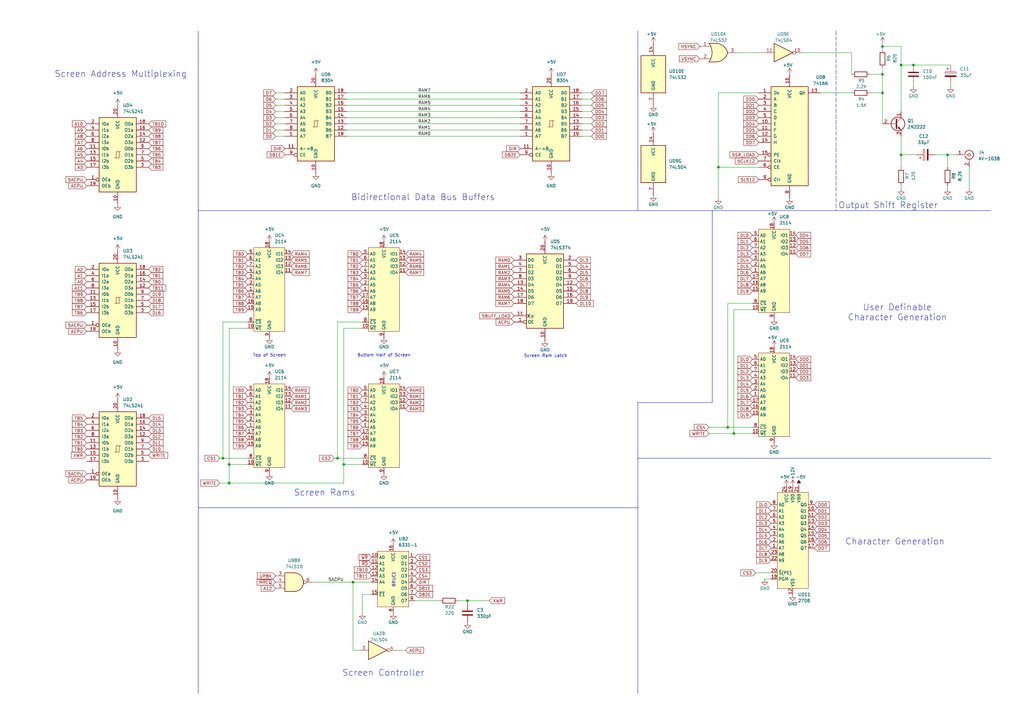
<source format=kicad_sch>
(kicad_sch (version 20250114) (generator "eeschema") (generator_version "9.0")
  (paper "A3")
  (text "Bidirectional Data Bus Buffers" (at 173.482 81.026 0) (effects (font (size 2.54 2.54))))
  (text "Screen Controller" (at 157.226 276.098 0) (effects (font (size 2.54 2.54))))
  (text "Screen Address Multiplexing" (at 49.53 30.48 0) (effects (font (size 2.54 2.54))))
  (text "User Definable\nCharacter Generation" (at 368.046 128.27 0) (effects (font (size 2.54 2.54))))
  (text "BRUCE" (at 161.544 237.744 90) (effects (font (size 1.27 1.27))))
  (text "Output Shift Register" (at 364.236 84.328 0) (effects (font (size 2.54 2.54))))
  (text "Character Generation" (at 367.03 222.25 0) (effects (font (size 2.54 2.54))))
  (text "Buttom Half of Screen" (at 157.48 145.796 0) (effects (font (size 1.27 1.27))))
  (text "Top of Screen" (at 110.49 145.796 0) (effects (font (size 1.27 1.27))))
  (text "Screen Rams" (at 133.096 202.184 0) (effects (font (size 2.54 2.54))))
  (text "Screen Ram Latch" (at 223.774 146.05 0) (effects (font (size 1.27 1.27))))
  (junction (at 361.95 30.48))
  (junction (at 374.65 26.67))
  (junction (at 294.64 68.58))
  (junction (at 191.77 246.38))
  (junction (at 369.57 63.5))
  (junction (at 93.98 190.5))
  (junction (at 369.57 26.67))
  (junction (at 298.45 175.26))
  (junction (at 138.43 187.96))
  (junction (at 300.99 177.8))
  (junction (at 144.78 238.76))
  (junction (at 361.95 19.05))
  (junction (at 140.97 190.5))
  (junction (at 361.95 38.1))
  (junction (at 91.44 187.96))
  (junction (at 93.98 198.12))
  (junction (at 388.62 63.5))
  (wire (pts (xy 187.96 246.38) (xy 191.77 246.38)))
  (wire (pts (xy 137.16 187.96) (xy 138.43 187.96)))
  (wire (pts (xy 294.64 68.58) (xy 294.64 81.28)))
  (wire (pts (xy 369.57 55.88) (xy 369.57 63.5)))
  (polyline (pts (xy 292.1 165.1) (xy 292.1 86.36)))
  (polyline (pts (xy 81.28 12.7) (xy 81.28 284.48)))
  (wire (pts (xy 113.03 43.18) (xy 116.84 43.18)))
  (wire (pts (xy 238.76 40.64) (xy 242.57 40.64)))
  (wire (pts (xy 113.03 55.88) (xy 116.84 55.88)))
  (wire (pts (xy 90.17 187.96) (xy 91.44 187.96)))
  (wire (pts (xy 388.62 63.5) (xy 392.43 63.5)))
  (wire (pts (xy 369.57 45.72) (xy 369.57 26.67)))
  (wire (pts (xy 101.6 132.08) (xy 91.44 132.08)))
  (wire (pts (xy 356.87 38.1) (xy 361.95 38.1)))
  (wire (pts (xy 298.45 124.46) (xy 298.45 175.26)))
  (wire (pts (xy 148.59 251.46) (xy 148.59 243.84)))
  (wire (pts (xy 138.43 132.08) (xy 138.43 187.96)))
  (wire (pts (xy 93.98 198.12) (xy 93.98 190.5)))
  (wire (pts (xy 369.57 63.5) (xy 369.57 68.58)))
  (polyline (pts (xy 261.62 187.96) (xy 261.62 208.28)))
  (wire (pts (xy 142.24 38.1) (xy 213.36 38.1)))
  (wire (pts (xy 113.03 50.8) (xy 116.84 50.8)))
  (wire (pts (xy 389.89 34.29) (xy 389.89 35.56)))
  (wire (pts (xy 309.88 234.95) (xy 316.23 234.95)))
  (wire (pts (xy 113.03 53.34) (xy 116.84 53.34)))
  (wire (pts (xy 238.76 43.18) (xy 242.57 43.18)))
  (wire (pts (xy 361.95 27.94) (xy 361.95 30.48)))
  (wire (pts (xy 140.97 190.5) (xy 148.59 190.5)))
  (wire (pts (xy 308.61 124.46) (xy 298.45 124.46)))
  (wire (pts (xy 128.27 238.76) (xy 144.78 238.76)))
  (wire (pts (xy 191.77 246.38) (xy 191.77 247.65)))
  (wire (pts (xy 313.69 237.49) (xy 316.23 237.49)))
  (polyline (pts (xy 292.1 86.36) (xy 261.62 86.36)))
  (polyline (pts (xy 261.62 187.96) (xy 261.62 165.1)))
  (wire (pts (xy 397.51 68.58) (xy 397.51 77.47)))
  (polyline (pts (xy 342.9 12.7) (xy 342.9 86.36)) (stroke (width 0) (type dash)))
  (wire (pts (xy 311.15 68.58) (xy 294.64 68.58)))
  (wire (pts (xy 113.03 38.1) (xy 116.84 38.1)))
  (wire (pts (xy 148.59 132.08) (xy 138.43 132.08)))
  (wire (pts (xy 142.24 48.26) (xy 213.36 48.26)))
  (polyline (pts (xy 81.28 86.36) (xy 261.62 86.36)))
  (wire (pts (xy 91.44 132.08) (xy 91.44 187.96)))
  (wire (pts (xy 162.56 266.7) (xy 166.37 266.7)))
  (wire (pts (xy 361.95 17.78) (xy 361.95 19.05)))
  (polyline (pts (xy 292.1 86.36) (xy 406.4 86.36)))
  (wire (pts (xy 300.99 127) (xy 300.99 177.8)))
  (wire (pts (xy 238.76 55.88) (xy 242.57 55.88)))
  (wire (pts (xy 388.62 68.58) (xy 388.62 63.5)))
  (wire (pts (xy 336.55 38.1) (xy 349.25 38.1)))
  (wire (pts (xy 138.43 187.96) (xy 148.59 187.96)))
  (wire (pts (xy 144.78 266.7) (xy 144.78 238.76)))
  (polyline (pts (xy 261.62 165.1) (xy 292.1 165.1)))
  (wire (pts (xy 369.57 26.67) (xy 374.65 26.67)))
  (wire (pts (xy 361.95 38.1) (xy 361.95 30.48)))
  (wire (pts (xy 142.24 55.88) (xy 213.36 55.88)))
  (wire (pts (xy 374.65 26.67) (xy 389.89 26.67)))
  (wire (pts (xy 148.59 134.62) (xy 140.97 134.62)))
  (wire (pts (xy 93.98 134.62) (xy 93.98 190.5)))
  (wire (pts (xy 308.61 127) (xy 300.99 127)))
  (wire (pts (xy 349.25 21.59) (xy 328.93 21.59)))
  (wire (pts (xy 113.03 45.72) (xy 116.84 45.72)))
  (polyline (pts (xy 261.62 12.7) (xy 261.62 86.36)))
  (wire (pts (xy 170.18 246.38) (xy 180.34 246.38)))
  (wire (pts (xy 349.25 30.48) (xy 349.25 21.59)))
  (wire (pts (xy 142.24 45.72) (xy 213.36 45.72)))
  (wire (pts (xy 90.17 198.12) (xy 93.98 198.12)))
  (wire (pts (xy 290.83 175.26) (xy 298.45 175.26)))
  (wire (pts (xy 238.76 53.34) (xy 242.57 53.34)))
  (wire (pts (xy 142.24 53.34) (xy 213.36 53.34)))
  (wire (pts (xy 93.98 190.5) (xy 101.6 190.5)))
  (wire (pts (xy 361.95 30.48) (xy 356.87 30.48)))
  (wire (pts (xy 290.83 177.8) (xy 300.99 177.8)))
  (wire (pts (xy 388.62 63.5) (xy 383.54 63.5)))
  (wire (pts (xy 101.6 134.62) (xy 93.98 134.62)))
  (wire (pts (xy 388.62 76.2) (xy 388.62 77.47)))
  (wire (pts (xy 238.76 48.26) (xy 242.57 48.26)))
  (wire (pts (xy 144.78 238.76) (xy 152.4 238.76)))
  (wire (pts (xy 91.44 187.96) (xy 101.6 187.96)))
  (wire (pts (xy 311.15 38.1) (xy 294.64 38.1)))
  (polyline (pts (xy 261.62 208.28) (xy 261.62 284.48)))
  (polyline (pts (xy 261.62 187.96) (xy 406.4 187.96)))
  (wire (pts (xy 142.24 43.18) (xy 213.36 43.18)))
  (wire (pts (xy 148.59 243.84) (xy 152.4 243.84)))
  (wire (pts (xy 113.03 48.26) (xy 116.84 48.26)))
  (wire (pts (xy 361.95 38.1) (xy 361.95 50.8)))
  (wire (pts (xy 238.76 50.8) (xy 242.57 50.8)))
  (wire (pts (xy 374.65 34.29) (xy 374.65 35.56)))
  (wire (pts (xy 93.98 198.12) (xy 140.97 198.12)))
  (wire (pts (xy 113.03 40.64) (xy 116.84 40.64)))
  (wire (pts (xy 300.99 177.8) (xy 308.61 177.8)))
  (wire (pts (xy 238.76 45.72) (xy 242.57 45.72)))
  (wire (pts (xy 142.24 40.64) (xy 213.36 40.64)))
  (wire (pts (xy 140.97 198.12) (xy 140.97 190.5)))
  (wire (pts (xy 294.64 38.1) (xy 294.64 68.58)))
  (polyline (pts (xy 81.28 208.28) (xy 261.62 208.28)))
  (wire (pts (xy 369.57 19.05) (xy 361.95 19.05)))
  (wire (pts (xy 298.45 175.26) (xy 308.61 175.26)))
  (wire (pts (xy 369.57 26.67) (xy 369.57 19.05)))
  (wire (pts (xy 369.57 63.5) (xy 375.92 63.5)))
  (wire (pts (xy 369.57 76.2) (xy 369.57 77.47)))
  (wire (pts (xy 361.95 19.05) (xy 361.95 20.32)))
  (wire (pts (xy 191.77 246.38) (xy 200.66 246.38)))
  (wire (pts (xy 302.26 21.59) (xy 313.69 21.59)))
  (wire (pts (xy 238.76 38.1) (xy 242.57 38.1)))
  (wire (pts (xy 142.24 50.8) (xy 213.36 50.8)))
  (wire (pts (xy 147.32 266.7) (xy 144.78 266.7)))
  (wire (pts (xy 140.97 134.62) (xy 140.97 190.5)))
  (label "RAM7" (at 171.45 38.1 0))
  (label "RAM0" (at 171.45 55.88 0))
  (label "5ACPU" (at 134.62 238.76 0))
  (label "RAM4" (at 171.45 45.72 0))
  (label "RAM5" (at 171.45 43.18 0))
  (label "RAM2" (at 171.45 50.8 0))
  (label "RAM1" (at 171.45 53.34 0))
  (label "RAM3" (at 171.45 48.26 0))
  (label "RAM6" (at 171.45 40.64 0))
  (global_label "RAM7" (shape input) (at 210.82 124.46 180) (property "Intersheetrefs" "${INTERSHEET_REFS}" (effects (hide yes))))
  (global_label "RAM3" (shape input) (at 166.37 167.64 0) (property "Intersheetrefs" "${INTERSHEET_REFS}" (effects (hide yes))))
  (global_label "TB4" (shape input) (at 101.6 170.18 180) (property "Intersheetrefs" "${INTERSHEET_REFS}" (effects (hide yes))))
  (global_label "DL6" (shape input) (at 316.23 222.25 180) (property "Intersheetrefs" "${INTERSHEET_REFS}" (effects (hide yes))))
  (global_label "TB2" (shape input) (at 148.59 109.22 180) (property "Intersheetrefs" "${INTERSHEET_REFS}" (effects (hide yes))))
  (global_label "TB3" (shape input) (at 148.59 167.64 180) (property "Intersheetrefs" "${INTERSHEET_REFS}" (effects (hide yes))))
  (global_label "CS1" (shape input) (at 90.17 187.96 180) (property "Intersheetrefs" "${INTERSHEET_REFS}" (effects (hide yes))))
  (global_label "DD3" (shape input) (at 311.15 48.26 180) (property "Intersheetrefs" "${INTERSHEET_REFS}" (effects (hide yes))))
  (global_label "D6" (shape input) (at 113.03 40.64 180) (property "Intersheetrefs" "${INTERSHEET_REFS}" (effects (hide yes))))
  (global_label "TB3" (shape input) (at 148.59 111.76 180) (property "Intersheetrefs" "${INTERSHEET_REFS}" (effects (hide yes))))
  (global_label "DL4" (shape input) (at 316.23 217.17 180) (property "Intersheetrefs" "${INTERSHEET_REFS}" (effects (hide yes))))
  (global_label "DL2" (shape input) (at 316.23 212.09 180) (property "Intersheetrefs" "${INTERSHEET_REFS}" (effects (hide yes))))
  (global_label "DL1" (shape input) (at 308.61 99.06 180) (property "Intersheetrefs" "${INTERSHEET_REFS}" (effects (hide yes))))
  (global_label "ACPU" (shape input) (at 210.82 132.08 180) (property "Intersheetrefs" "${INTERSHEET_REFS}" (effects (hide yes))))
  (global_label "CS3" (shape input) (at 309.88 234.95 180) (property "Intersheetrefs" "${INTERSHEET_REFS}" (effects (hide yes))))
  (global_label "A11" (shape input) (at 35.56 118.11 180) (property "Intersheetrefs" "${INTERSHEET_REFS}" (effects (hide yes))))
  (global_label "RAM3" (shape input) (at 210.82 114.3 180) (property "Intersheetrefs" "${INTERSHEET_REFS}" (effects (hide yes))))
  (global_label "5ACPU" (shape input) (at 35.56 194.31 180) (property "Intersheetrefs" "${INTERSHEET_REFS}" (effects (hide yes))))
  (global_label "DD4" (shape input) (at 326.39 96.52 0) (property "Intersheetrefs" "${INTERSHEET_REFS}" (effects (hide yes))))
  (global_label "DL9" (shape input) (at 316.23 229.87 180) (property "Intersheetrefs" "${INTERSHEET_REFS}" (effects (hide yes))))
  (global_label "DL5" (shape input) (at 308.61 160.02 180) (property "Intersheetrefs" "${INTERSHEET_REFS}" (effects (hide yes))))
  (global_label "A1" (shape input) (at 35.56 113.03 180) (property "Intersheetrefs" "${INTERSHEET_REFS}" (effects (hide yes))))
  (global_label "D5" (shape input) (at 113.03 43.18 180) (property "Intersheetrefs" "${INTERSHEET_REFS}" (effects (hide yes))))
  (global_label "TB9" (shape input) (at 35.56 120.65 180) (property "Intersheetrefs" "${INTERSHEET_REFS}" (effects (hide yes))))
  (global_label "DL8" (shape input) (at 60.96 123.19 0) (property "Intersheetrefs" "${INTERSHEET_REFS}" (effects (hide yes))))
  (global_label "DD3" (shape input) (at 334.01 214.63 0) (property "Intersheetrefs" "${INTERSHEET_REFS}" (effects (hide yes))))
  (global_label "DL4" (shape input) (at 308.61 106.68 180) (property "Intersheetrefs" "${INTERSHEET_REFS}" (effects (hide yes))))
  (global_label "DD0" (shape input) (at 326.39 147.32 0) (property "Intersheetrefs" "${INTERSHEET_REFS}" (effects (hide yes))))
  (global_label "CS1" (shape input) (at 170.18 228.6 0) (property "Intersheetrefs" "${INTERSHEET_REFS}" (effects (hide yes))))
  (global_label "D7" (shape input) (at 113.03 38.1 180) (property "Intersheetrefs" "${INTERSHEET_REFS}" (effects (hide yes))))
  (global_label "DD0" (shape input) (at 311.15 40.64 180) (property "Intersheetrefs" "${INTERSHEET_REFS}" (effects (hide yes))))
  (global_label "DD3" (shape input) (at 326.39 154.94 0) (property "Intersheetrefs" "${INTERSHEET_REFS}" (effects (hide yes))))
  (global_label "5SR_LOAD" (shape input) (at 311.15 63.5 180) (property "Intersheetrefs" "${INTERSHEET_REFS}" (effects (hide yes))))
  (global_label "WRITE" (shape input) (at 60.96 186.69 0) (property "Intersheetrefs" "${INTERSHEET_REFS}" (effects (hide yes))))
  (global_label "RAM6" (shape input) (at 119.38 109.22 0) (property "Intersheetrefs" "${INTERSHEET_REFS}" (effects (hide yes))))
  (global_label "TB9" (shape input) (at 60.96 53.34 0) (property "Intersheetrefs" "${INTERSHEET_REFS}" (effects (hide yes))))
  (global_label "TB8" (shape input) (at 148.59 180.34 180) (property "Intersheetrefs" "${INTERSHEET_REFS}" (effects (hide yes))))
  (global_label "RAM0" (shape input) (at 210.82 106.68 180) (property "Intersheetrefs" "${INTERSHEET_REFS}" (effects (hide yes))))
  (global_label "TB11" (shape input) (at 152.4 236.22 180) (property "Intersheetrefs" "${INTERSHEET_REFS}" (effects (hide yes))))
  (global_label "DD1" (shape input) (at 311.15 43.18 180) (property "Intersheetrefs" "${INTERSHEET_REFS}" (effects (hide yes))))
  (global_label "DD0" (shape input) (at 242.57 55.88 0) (property "Intersheetrefs" "${INTERSHEET_REFS}" (effects (hide yes))))
  (global_label "DL3" (shape input) (at 236.22 106.68 0) (property "Intersheetrefs" "${INTERSHEET_REFS}" (effects (hide yes))))
  (global_label "5CLK12" (shape input) (at 311.15 66.04 180) (property "Intersheetrefs" "${INTERSHEET_REFS}" (effects (hide yes))))
  (global_label "DL6" (shape input) (at 236.22 114.3 0) (property "Intersheetrefs" "${INTERSHEET_REFS}" (effects (hide yes))))
  (global_label "DL10" (shape input) (at 236.22 124.46 0) (property "Intersheetrefs" "${INTERSHEET_REFS}" (effects (hide yes))))
  (global_label "DL3" (shape input) (at 308.61 104.14 180) (property "Intersheetrefs" "${INTERSHEET_REFS}" (effects (hide yes))))
  (global_label "DIR" (shape input) (at 213.36 60.96 180) (property "Intersheetrefs" "${INTERSHEET_REFS}" (effects (hide yes))))
  (global_label "TB8" (shape input) (at 148.59 124.46 180) (property "Intersheetrefs" "${INTERSHEET_REFS}" (effects (hide yes))))
  (global_label "DD2" (shape input) (at 311.15 45.72 180) (property "Intersheetrefs" "${INTERSHEET_REFS}" (effects (hide yes))))
  (global_label "DD2" (shape input) (at 334.01 212.09 0) (property "Intersheetrefs" "${INTERSHEET_REFS}" (effects (hide yes))))
  (global_label "A12" (shape input) (at 113.03 241.3 180) (property "Intersheetrefs" "${INTERSHEET_REFS}" (effects (hide yes))))
  (global_label "DD5" (shape input) (at 326.39 99.06 0) (property "Intersheetrefs" "${INTERSHEET_REFS}" (effects (hide yes))))
  (global_label "DL9" (shape input) (at 308.61 170.18 180) (property "Intersheetrefs" "${INTERSHEET_REFS}" (effects (hide yes))))
  (global_label "DD1" (shape input) (at 326.39 149.86 0) (property "Intersheetrefs" "${INTERSHEET_REFS}" (effects (hide yes))))
  (global_label "DL7" (shape input) (at 308.61 114.3 180) (property "Intersheetrefs" "${INTERSHEET_REFS}" (effects (hide yes))))
  (global_label "DD7" (shape input) (at 334.01 224.79 0) (property "Intersheetrefs" "${INTERSHEET_REFS}" (effects (hide yes))))
  (global_label "CS3" (shape input) (at 170.18 233.68 0) (property "Intersheetrefs" "${INTERSHEET_REFS}" (effects (hide yes))))
  (global_label "TB2" (shape input) (at 148.59 165.1 180) (property "Intersheetrefs" "${INTERSHEET_REFS}" (effects (hide yes))))
  (global_label "RAM6" (shape input) (at 210.82 121.92 180) (property "Intersheetrefs" "${INTERSHEET_REFS}" (effects (hide yes))))
  (global_label "TB0" (shape input) (at 60.96 115.57 0) (property "Intersheetrefs" "${INTERSHEET_REFS}" (effects (hide yes))))
  (global_label "DL9" (shape input) (at 236.22 121.92 0) (property "Intersheetrefs" "${INTERSHEET_REFS}" (effects (hide yes))))
  (global_label "TB11" (shape input) (at 60.96 118.11 0) (property "Intersheetrefs" "${INTERSHEET_REFS}" (effects (hide yes))))
  (global_label "CS2" (shape input) (at 170.18 231.14 0) (property "Intersheetrefs" "${INTERSHEET_REFS}" (effects (hide yes))))
  (global_label "TB7" (shape input) (at 101.6 121.92 180) (property "Intersheetrefs" "${INTERSHEET_REFS}" (effects (hide yes))))
  (global_label "TB1" (shape input) (at 101.6 162.56 180) (property "Intersheetrefs" "${INTERSHEET_REFS}" (effects (hide yes))))
  (global_label "A5" (shape input) (at 35.56 63.5 180) (property "Intersheetrefs" "${INTERSHEET_REFS}" (effects (hide yes))))
  (global_label "TB7" (shape input) (at 148.59 177.8 180) (property "Intersheetrefs" "${INTERSHEET_REFS}" (effects (hide yes))))
  (global_label "DL8" (shape input) (at 308.61 167.64 180) (property "Intersheetrefs" "${INTERSHEET_REFS}" (effects (hide yes))))
  (global_label "A6" (shape input) (at 35.56 60.96 180) (property "Intersheetrefs" "${INTERSHEET_REFS}" (effects (hide yes))))
  (global_label "DD5" (shape input) (at 334.01 219.71 0) (property "Intersheetrefs" "${INTERSHEET_REFS}" (effects (hide yes))))
  (global_label "RAM4" (shape input) (at 166.37 104.14 0) (property "Intersheetrefs" "${INTERSHEET_REFS}" (effects (hide yes))))
  (global_label "RAM3" (shape input) (at 119.38 167.64 0) (property "Intersheetrefs" "${INTERSHEET_REFS}" (effects (hide yes))))
  (global_label "DD2" (shape input) (at 326.39 152.4 0) (property "Intersheetrefs" "${INTERSHEET_REFS}" (effects (hide yes))))
  (global_label "TB0" (shape input) (at 101.6 160.02 180) (property "Intersheetrefs" "${INTERSHEET_REFS}" (effects (hide yes))))
  (global_label "DL5" (shape input) (at 316.23 219.71 180) (property "Intersheetrefs" "${INTERSHEET_REFS}" (effects (hide yes))))
  (global_label "DL9" (shape input) (at 60.96 120.65 0) (property "Intersheetrefs" "${INTERSHEET_REFS}" (effects (hide yes))))
  (global_label "D2" (shape input) (at 113.03 50.8 180) (property "Intersheetrefs" "${INTERSHEET_REFS}" (effects (hide yes))))
  (global_label "A4" (shape input) (at 35.56 66.04 180) (property "Intersheetrefs" "${INTERSHEET_REFS}" (effects (hide yes))))
  (global_label "TB4" (shape input) (at 148.59 114.3 180) (property "Intersheetrefs" "${INTERSHEET_REFS}" (effects (hide yes))))
  (global_label "TB8" (shape input) (at 35.56 123.19 180) (property "Intersheetrefs" "${INTERSHEET_REFS}" (effects (hide yes))))
  (global_label "TB3" (shape input) (at 60.96 68.58 0) (property "Intersheetrefs" "${INTERSHEET_REFS}" (effects (hide yes))))
  (global_label "TB5" (shape input) (at 60.96 63.5 0) (property "Intersheetrefs" "${INTERSHEET_REFS}" (effects (hide yes))))
  (global_label "A9" (shape input) (at 35.56 53.34 180) (property "Intersheetrefs" "${INTERSHEET_REFS}" (effects (hide yes))))
  (global_label "DD7" (shape input) (at 242.57 38.1 0) (property "Intersheetrefs" "${INTERSHEET_REFS}" (effects (hide yes))))
  (global_label "DL8" (shape input) (at 308.61 116.84 180) (property "Intersheetrefs" "${INTERSHEET_REFS}" (effects (hide yes))))
  (global_label "~{RD}" (shape input) (at 152.4 231.14 180) (property "Intersheetrefs" "${INTERSHEET_REFS}" (effects (hide yes))))
  (global_label "A3" (shape input) (at 35.56 68.58 180) (property "Intersheetrefs" "${INTERSHEET_REFS}" (effects (hide yes))))
  (global_label "TB7" (shape input) (at 148.59 121.92 180) (property "Intersheetrefs" "${INTERSHEET_REFS}" (effects (hide yes))))
  (global_label "UP8K" (shape input) (at 113.03 236.22 180) (property "Intersheetrefs" "${INTERSHEET_REFS}" (effects (hide yes))))
  (global_label "TB2" (shape input) (at 35.56 179.07 180) (property "Intersheetrefs" "${INTERSHEET_REFS}" (effects (hide yes))))
  (global_label "DL9" (shape input) (at 308.61 119.38 180) (property "Intersheetrefs" "${INTERSHEET_REFS}" (effects (hide yes))))
  (global_label "DL1" (shape input) (at 308.61 149.86 180) (property "Intersheetrefs" "${INTERSHEET_REFS}" (effects (hide yes))))
  (global_label "TB4" (shape input) (at 148.59 170.18 180) (property "Intersheetrefs" "${INTERSHEET_REFS}" (effects (hide yes))))
  (global_label "TB0" (shape input) (at 101.6 104.14 180) (property "Intersheetrefs" "${INTERSHEET_REFS}" (effects (hide yes))))
  (global_label "TB5" (shape input) (at 148.59 116.84 180) (property "Intersheetrefs" "${INTERSHEET_REFS}" (effects (hide yes))))
  (global_label "DIR" (shape input) (at 116.84 60.96 180) (property "Intersheetrefs" "${INTERSHEET_REFS}" (effects (hide yes))))
  (global_label "WRITE" (shape input) (at 90.17 198.12 180) (property "Intersheetrefs" "${INTERSHEET_REFS}" (effects (hide yes))))
  (global_label "TB2" (shape input) (at 101.6 109.22 180) (property "Intersheetrefs" "${INTERSHEET_REFS}" (effects (hide yes))))
  (global_label "RAM1" (shape input) (at 166.37 162.56 0) (property "Intersheetrefs" "${INTERSHEET_REFS}" (effects (hide yes))))
  (global_label "TB1" (shape input) (at 60.96 113.03 0) (property "Intersheetrefs" "${INTERSHEET_REFS}" (effects (hide yes))))
  (global_label "TB8" (shape input) (at 101.6 180.34 180) (property "Intersheetrefs" "${INTERSHEET_REFS}" (effects (hide yes))))
  (global_label "CS2" (shape input) (at 137.16 187.96 180) (property "Intersheetrefs" "${INTERSHEET_REFS}" (effects (hide yes))))
  (global_label "D3" (shape input) (at 113.03 48.26 180) (property "Intersheetrefs" "${INTERSHEET_REFS}" (effects (hide yes))))
  (global_label "RAM4" (shape input) (at 210.82 116.84 180) (property "Intersheetrefs" "${INTERSHEET_REFS}" (effects (hide yes))))
  (global_label "DD7" (shape input) (at 311.15 58.42 180) (property "Intersheetrefs" "${INTERSHEET_REFS}" (effects (hide yes))))
  (global_label "DL3" (shape input) (at 308.61 154.94 180) (property "Intersheetrefs" "${INTERSHEET_REFS}" (effects (hide yes))))
  (global_label "RAM0" (shape input) (at 119.38 160.02 0) (property "Intersheetrefs" "${INTERSHEET_REFS}" (effects (hide yes))))
  (global_label "DL0" (shape input) (at 308.61 96.52 180) (property "Intersheetrefs" "${INTERSHEET_REFS}" (effects (hide yes))))
  (global_label "TB4" (shape input) (at 60.96 66.04 0) (property "Intersheetrefs" "${INTERSHEET_REFS}" (effects (hide yes))))
  (global_label "VSYNC" (shape input) (at 287.02 24.13 180) (property "Intersheetrefs" "${INTERSHEET_REFS}" (effects (hide yes))))
  (global_label "TB6" (shape input) (at 35.56 128.27 180) (property "Intersheetrefs" "${INTERSHEET_REFS}" (effects (hide yes))))
  (global_label "DD0" (shape input) (at 334.01 207.01 0) (property "Intersheetrefs" "${INTERSHEET_REFS}" (effects (hide yes))))
  (global_label "DL0" (shape input) (at 316.23 207.01 180) (property "Intersheetrefs" "${INTERSHEET_REFS}" (effects (hide yes))))
  (global_label "DL4" (shape input) (at 60.96 173.99 0) (property "Intersheetrefs" "${INTERSHEET_REFS}" (effects (hide yes))))
  (global_label "TB2" (shape input) (at 60.96 110.49 0) (property "Intersheetrefs" "${INTERSHEET_REFS}" (effects (hide yes))))
  (global_label "RAM2" (shape input) (at 210.82 111.76 180) (property "Intersheetrefs" "${INTERSHEET_REFS}" (effects (hide yes))))
  (global_label "A10" (shape input) (at 35.56 50.8 180) (property "Intersheetrefs" "${INTERSHEET_REFS}" (effects (hide yes))))
  (global_label "TB6" (shape input) (at 148.59 175.26 180) (property "Intersheetrefs" "${INTERSHEET_REFS}" (effects (hide yes))))
  (global_label "TB1" (shape input) (at 101.6 106.68 180) (property "Intersheetrefs" "${INTERSHEET_REFS}" (effects (hide yes))))
  (global_label "D1" (shape input) (at 113.03 53.34 180) (property "Intersheetrefs" "${INTERSHEET_REFS}" (effects (hide yes))))
  (global_label "DB2E" (shape input) (at 213.36 63.5 180) (property "Intersheetrefs" "${INTERSHEET_REFS}" (effects (hide yes))))
  (global_label "DL4" (shape input) (at 308.61 157.48 180) (property "Intersheetrefs" "${INTERSHEET_REFS}" (effects (hide yes))))
  (global_label "A7" (shape input) (at 35.56 58.42 180) (property "Intersheetrefs" "${INTERSHEET_REFS}" (effects (hide yes))))
  (global_label "TB7" (shape input) (at 60.96 58.42 0) (property "Intersheetrefs" "${INTERSHEET_REFS}" (effects (hide yes))))
  (global_label "TB3" (shape input) (at 101.6 167.64 180) (property "Intersheetrefs" "${INTERSHEET_REFS}" (effects (hide yes))))
  (global_label "5BUFF_LOAD" (shape input) (at 210.82 129.54 180) (property "Intersheetrefs" "${INTERSHEET_REFS}" (effects (hide yes))))
  (global_label "TB1" (shape input) (at 35.56 181.61 180) (property "Intersheetrefs" "${INTERSHEET_REFS}" (effects (hide yes))))
  (global_label "TB2" (shape input) (at 101.6 165.1 180) (property "Intersheetrefs" "${INTERSHEET_REFS}" (effects (hide yes))))
  (global_label "HSYNC" (shape input) (at 287.02 19.05 180) (property "Intersheetrefs" "${INTERSHEET_REFS}" (effects (hide yes))))
  (global_label "TB7" (shape input) (at 35.56 125.73 180) (property "Intersheetrefs" "${INTERSHEET_REFS}" (effects (hide yes))))
  (global_label "DD2" (shape input) (at 242.57 50.8 0) (property "Intersheetrefs" "${INTERSHEET_REFS}" (effects (hide yes))))
  (global_label "TB6" (shape input) (at 148.59 119.38 180) (property "Intersheetrefs" "${INTERSHEET_REFS}" (effects (hide yes))))
  (global_label "5ACPU" (shape input) (at 35.56 133.35 180) (property "Intersheetrefs" "${INTERSHEET_REFS}" (effects (hide yes))))
  (global_label "CS4" (shape input) (at 290.83 175.26 180) (property "Intersheetrefs" "${INTERSHEET_REFS}" (effects (hide yes))))
  (global_label "TB6" (shape input) (at 101.6 119.38 180) (property "Intersheetrefs" "${INTERSHEET_REFS}" (effects (hide yes))))
  (global_label "ACPU" (shape input) (at 35.56 196.85 180) (property "Intersheetrefs" "${INTERSHEET_REFS}" (effects (hide yes))))
  (global_label "DD3" (shape input) (at 242.57 48.26 0) (property "Intersheetrefs" "${INTERSHEET_REFS}" (effects (hide yes))))
  (global_label "TB6" (shape input) (at 101.6 175.26 180) (property "Intersheetrefs" "${INTERSHEET_REFS}" (effects (hide yes))))
  (global_label "XWR" (shape input) (at 200.66 246.38 0) (property "Intersheetrefs" "${INTERSHEET_REFS}" (effects (hide yes))))
  (global_label "DD6" (shape input) (at 311.15 55.88 180) (property "Intersheetrefs" "${INTERSHEET_REFS}" (effects (hide yes))))
  (global_label "TB9" (shape input) (at 101.6 182.88 180) (property "Intersheetrefs" "${INTERSHEET_REFS}" (effects (hide yes))))
  (global_label "DL6" (shape input) (at 308.61 162.56 180) (property "Intersheetrefs" "${INTERSHEET_REFS}" (effects (hide yes))))
  (global_label "DL0" (shape input) (at 308.61 147.32 180) (property "Intersheetrefs" "${INTERSHEET_REFS}" (effects (hide yes))))
  (global_label "DL8" (shape input) (at 236.22 119.38 0) (property "Intersheetrefs" "${INTERSHEET_REFS}" (effects (hide yes))))
  (global_label "DL7" (shape input) (at 236.22 116.84 0) (property "Intersheetrefs" "${INTERSHEET_REFS}" (effects (hide yes))))
  (global_label "DL2" (shape input) (at 60.96 179.07 0) (property "Intersheetrefs" "${INTERSHEET_REFS}" (effects (hide yes))))
  (global_label "DL3" (shape input) (at 316.23 214.63 180) (property "Intersheetrefs" "${INTERSHEET_REFS}" (effects (hide yes))))
  (global_label "DD5" (shape input) (at 311.15 53.34 180) (property "Intersheetrefs" "${INTERSHEET_REFS}" (effects (hide yes))))
  (global_label "DL5" (shape input) (at 236.22 111.76 0) (property "Intersheetrefs" "${INTERSHEET_REFS}" (effects (hide yes))))
  (global_label "DL2" (shape input) (at 308.61 101.6 180) (property "Intersheetrefs" "${INTERSHEET_REFS}" (effects (hide yes))))
  (global_label "DL3" (shape input) (at 60.96 176.53 0) (property "Intersheetrefs" "${INTERSHEET_REFS}" (effects (hide yes))))
  (global_label "TB6" (shape input) (at 60.96 60.96 0) (property "Intersheetrefs" "${INTERSHEET_REFS}" (effects (hide yes))))
  (global_label "TB3" (shape input) (at 35.56 176.53 180) (property "Intersheetrefs" "${INTERSHEET_REFS}" (effects (hide yes))))
  (global_label "DIR" (shape input) (at 170.18 238.76 0) (property "Intersheetrefs" "${INTERSHEET_REFS}" (effects (hide yes))))
  (global_label "TB0" (shape input) (at 148.59 104.14 180) (property "Intersheetrefs" "${INTERSHEET_REFS}" (effects (hide yes))))
  (global_label "RAM2" (shape input) (at 119.38 165.1 0) (property "Intersheetrefs" "${INTERSHEET_REFS}" (effects (hide yes))))
  (global_label "DL5" (shape input) (at 60.96 171.45 0) (property "Intersheetrefs" "${INTERSHEET_REFS}" (effects (hide yes))))
  (global_label "DD6" (shape input) (at 334.01 222.25 0) (property "Intersheetrefs" "${INTERSHEET_REFS}" (effects (hide yes))))
  (global_label "DL1" (shape input) (at 316.23 209.55 180) (property "Intersheetrefs" "${INTERSHEET_REFS}" (effects (hide yes))))
  (global_label "DD4" (shape input) (at 242.57 45.72 0) (property "Intersheetrefs" "${INTERSHEET_REFS}" (effects (hide yes))))
  (global_label "TB9" (shape input) (at 148.59 182.88 180) (property "Intersheetrefs" "${INTERSHEET_REFS}" (effects (hide yes))))
  (global_label "DD7" (shape input) (at 326.39 104.14 0) (property "Intersheetrefs" "${INTERSHEET_REFS}" (effects (hide yes))))
  (global_label "A0" (shape input) (at 35.56 115.57 180) (property "Intersheetrefs" "${INTERSHEET_REFS}" (effects (hide yes))))
  (global_label "DL7" (shape input) (at 60.96 125.73 0) (property "Intersheetrefs" "${INTERSHEET_REFS}" (effects (hide yes))))
  (global_label "A8" (shape input) (at 35.56 55.88 180) (property "Intersheetrefs" "${INTERSHEET_REFS}" (effects (hide yes))))
  (global_label "5ACPU" (shape input) (at 35.56 73.66 180) (property "Intersheetrefs" "${INTERSHEET_REFS}" (effects (hide yes))))
  (global_label "TB4" (shape input) (at 35.56 173.99 180) (property "Intersheetrefs" "${INTERSHEET_REFS}" (effects (hide yes))))
  (global_label "D4" (shape input) (at 113.03 45.72 180) (property "Intersheetrefs" "${INTERSHEET_REFS}" (effects (hide yes))))
  (global_label "DD1" (shape input) (at 334.01 209.55 0) (property "Intersheetrefs" "${INTERSHEET_REFS}" (effects (hide yes))))
  (global_label "RAM5" (shape input) (at 166.37 106.68 0) (property "Intersheetrefs" "${INTERSHEET_REFS}" (effects (hide yes))))
  (global_label "TB3" (shape input) (at 101.6 111.76 180) (property "Intersheetrefs" "${INTERSHEET_REFS}" (effects (hide yes))))
  (global_label "TB0" (shape input) (at 35.56 184.15 180) (property "Intersheetrefs" "${INTERSHEET_REFS}" (effects (hide yes))))
  (global_label "DL7" (shape input) (at 308.61 165.1 180) (property "Intersheetrefs" "${INTERSHEET_REFS}" (effects (hide yes))))
  (global_label "RAM7" (shape input) (at 166.37 111.76 0) (property "Intersheetrefs" "${INTERSHEET_REFS}" (effects (hide yes))))
  (global_label "RAM1" (shape input) (at 119.38 162.56 0) (property "Intersheetrefs" "${INTERSHEET_REFS}" (effects (hide yes))))
  (global_label "WRITE" (shape input) (at 290.83 177.8 180) (property "Intersheetrefs" "${INTERSHEET_REFS}" (effects (hide yes))))
  (global_label "DL6" (shape input) (at 308.61 111.76 180) (property "Intersheetrefs" "${INTERSHEET_REFS}" (effects (hide yes))))
  (global_label "TB5" (shape input) (at 35.56 171.45 180) (property "Intersheetrefs" "${INTERSHEET_REFS}" (effects (hide yes))))
  (global_label "DD4" (shape input) (at 311.15 50.8 180) (property "Intersheetrefs" "${INTERSHEET_REFS}" (effects (hide yes))))
  (global_label "RAM7" (shape input) (at 119.38 111.76 0) (property "Intersheetrefs" "${INTERSHEET_REFS}" (effects (hide yes))))
  (global_label "XWR" (shape input) (at 35.56 186.69 180) (property "Intersheetrefs" "${INTERSHEET_REFS}" (effects (hide yes))))
  (global_label "~{WR}" (shape input) (at 152.4 228.6 180) (property "Intersheetrefs" "${INTERSHEET_REFS}" (effects (hide yes))))
  (global_label "DD1" (shape input) (at 242.57 53.34 0) (property "Intersheetrefs" "${INTERSHEET_REFS}" (effects (hide yes))))
  (global_label "TB1" (shape input) (at 148.59 106.68 180) (property "Intersheetrefs" "${INTERSHEET_REFS}" (effects (hide yes))))
  (global_label "TB8" (shape input) (at 60.96 55.88 0) (property "Intersheetrefs" "${INTERSHEET_REFS}" (effects (hide yes))))
  (global_label "DB2E" (shape input) (at 170.18 243.84 0) (property "Intersheetrefs" "${INTERSHEET_REFS}" (effects (hide yes))))
  (global_label "DL8" (shape input) (at 316.23 227.33 180) (property "Intersheetrefs" "${INTERSHEET_REFS}" (effects (hide yes))))
  (global_label "DL2" (shape input) (at 308.61 152.4 180) (property "Intersheetrefs" "${INTERSHEET_REFS}" (effects (hide yes))))
  (global_label "RAM5" (shape input) (at 210.82 119.38 180) (property "Intersheetrefs" "${INTERSHEET_REFS}" (effects (hide yes))))
  (global_label "TB10" (shape input) (at 60.96 50.8 0) (property "Intersheetrefs" "${INTERSHEET_REFS}" (effects (hide yes))))
  (global_label "DD6" (shape input) (at 242.57 40.64 0) (property "Intersheetrefs" "${INTERSHEET_REFS}" (effects (hide yes))))
  (global_label "5L512" (shape input) (at 311.15 73.66 180) (property "Intersheetrefs" "${INTERSHEET_REFS}" (effects (hide yes))))
  (global_label "A2" (shape input) (at 35.56 110.49 180) (property "Intersheetrefs" "${INTERSHEET_REFS}" (effects (hide yes))))
  (global_label "DD4" (shape input) (at 334.01 217.17 0) (property "Intersheetrefs" "${INTERSHEET_REFS}" (effects (hide yes))))
  (global_label "RAM2" (shape input) (at 166.37 165.1 0) (property "Intersheetrefs" "${INTERSHEET_REFS}" (effects (hide yes))))
  (global_label "DB1E" (shape input) (at 116.84 63.5 180) (property "Intersheetrefs" "${INTERSHEET_REFS}" (effects (hide yes))))
  (global_label "TB5" (shape input) (at 148.59 172.72 180) (property "Intersheetrefs" "${INTERSHEET_REFS}" (effects (hide yes))))
  (global_label "DB1E" (shape input) (at 170.18 241.3 0) (property "Intersheetrefs" "${INTERSHEET_REFS}" (effects (hide yes))))
  (global_label "RAM6" (shape input) (at 166.37 109.22 0) (property "Intersheetrefs" "${INTERSHEET_REFS}" (effects (hide yes))))
  (global_label "RAM5" (shape input) (at 119.38 106.68 0) (property "Intersheetrefs" "${INTERSHEET_REFS}" (effects (hide yes))))
  (global_label "DL7" (shape input) (at 316.23 224.79 180) (property "Intersheetrefs" "${INTERSHEET_REFS}" (effects (hide yes))))
  (global_label "RAM4" (shape input) (at 119.38 104.14 0) (property "Intersheetrefs" "${INTERSHEET_REFS}" (effects (hide yes))))
  (global_label "DD5" (shape input) (at 242.57 43.18 0) (property "Intersheetrefs" "${INTERSHEET_REFS}" (effects (hide yes))))
  (global_label "RAM0" (shape input) (at 166.37 160.02 0) (property "Intersheetrefs" "${INTERSHEET_REFS}" (effects (hide yes))))
  (global_label "RAM1" (shape input) (at 210.82 109.22 180) (property "Intersheetrefs" "${INTERSHEET_REFS}" (effects (hide yes))))
  (global_label "DL5" (shape input) (at 308.61 109.22 180) (property "Intersheetrefs" "${INTERSHEET_REFS}" (effects (hide yes))))
  (global_label "CS4" (shape input) (at 170.18 236.22 0) (property "Intersheetrefs" "${INTERSHEET_REFS}" (effects (hide yes))))
  (global_label "TB1" (shape input) (at 148.59 162.56 180) (property "Intersheetrefs" "${INTERSHEET_REFS}" (effects (hide yes))))
  (global_label "DL1" (shape input) (at 60.96 181.61 0) (property "Intersheetrefs" "${INTERSHEET_REFS}" (effects (hide yes))))
  (global_label "DL4" (shape input) (at 236.22 109.22 0) (property "Intersheetrefs" "${INTERSHEET_REFS}" (effects (hide yes))))
  (global_label "TB0" (shape input) (at 148.59 160.02 180) (property "Intersheetrefs" "${INTERSHEET_REFS}" (effects (hide yes))))
  (global_label "ACPU" (shape input) (at 35.56 135.89 180) (property "Intersheetrefs" "${INTERSHEET_REFS}" (effects (hide yes))))
  (global_label "DL0" (shape input) (at 60.96 184.15 0) (property "Intersheetrefs" "${INTERSHEET_REFS}" (effects (hide yes))))
  (global_label "DL6" (shape input) (at 60.96 128.27 0) (property "Intersheetrefs" "${INTERSHEET_REFS}" (effects (hide yes))))
  (global_label "DD6" (shape input) (at 326.39 101.6 0) (property "Intersheetrefs" "${INTERSHEET_REFS}" (effects (hide yes))))
  (global_label "TB5" (shape input) (at 101.6 116.84 180) (property "Intersheetrefs" "${INTERSHEET_REFS}" (effects (hide yes))))
  (global_label "ACPU" (shape input) (at 35.56 76.2 180) (property "Intersheetrefs" "${INTERSHEET_REFS}" (effects (hide yes))))
  (global_label "TB9" (shape input) (at 148.59 127 180) (property "Intersheetrefs" "${INTERSHEET_REFS}" (effects (hide yes))))
  (global_label "ACPU" (shape input) (at 166.37 266.7 0) (property "Intersheetrefs" "${INTERSHEET_REFS}" (effects (hide yes))))
  (global_label "TB8" (shape input) (at 101.6 124.46 180) (property "Intersheetrefs" "${INTERSHEET_REFS}" (effects (hide yes))))
  (global_label "TB10" (shape input) (at 152.4 233.68 180) (property "Intersheetrefs" "${INTERSHEET_REFS}" (effects (hide yes))))
  (global_label "D0" (shape input) (at 113.03 55.88 180) (property "Intersheetrefs" "${INTERSHEET_REFS}" (effects (hide yes))))
  (global_label "TB4" (shape input) (at 101.6 114.3 180) (property "Intersheetrefs" "${INTERSHEET_REFS}" (effects (hide yes))))
  (global_label "TB9" (shape input) (at 101.6 127 180) (property "Intersheetrefs" "${INTERSHEET_REFS}" (effects (hide yes))))
  (global_label "~{MREQ}" (shape input) (at 113.03 238.76 180) (property "Intersheetrefs" "${INTERSHEET_REFS}" (effects (hide yes))))
  (global_label "TB7" (shape input) (at 101.6 177.8 180) (property "Intersheetrefs" "${INTERSHEET_REFS}" (effects (hide yes))))
  (global_label "TB5" (shape input) (at 101.6 172.72 180) (property "Intersheetrefs" "${INTERSHEET_REFS}" (effects (hide yes))))
  (symbol (lib_id "power:+5V") (at 48.26 102.87 0) (unit 1)
    (property "Reference" "#PWR044" (effects (hide yes)))
    (property "Value" "+5V" (at 48.26 97.79 0))
    (property "Description" "Power symbol creates a global label with name \"+5V\"" (effects (hide yes)))
  )
  (symbol (lib_id "Device:R") (at 353.06 38.1 90) (unit 1)
    (property "Reference" "R4" (at 353.314 40.64 90))
    (property "Value" "1.5K" (at 353.314 43.18 90))
    (property "Footprint" "Resistor_THT:R_Axial_DIN0204_L3.6mm_D1.6mm_P7.62mm_Horizontal" (effects (hide yes)))
    (property "Description" "Resistor" (effects (hide yes)))
  )
  (symbol (lib_id "power:+5V") (at 110.49 99.06 0) (unit 1)
    (property "Reference" "#PWR052" (effects (hide yes)))
    (property "Value" "+5V" (at 110.49 93.98 0))
    (property "Description" "Power symbol creates a global label with name \"+5V\"" (effects (hide yes)))
  )
  (symbol (lib_id "power:GND") (at 317.5 130.81 0) (unit 1)
    (property "Reference" "#PWR074" (effects (hide yes)))
    (property "Value" "GND" (at 317.5 134.62 0))
    (property "Description" "Power symbol creates a global label with name \"GND\" , ground" (effects (hide yes)))
  )
  (symbol (lib_id "Device:C") (at 374.65 30.48 0) (unit 1)
    (property "Reference" "C10" (at 378.46 29.2099 0) (effects (justify left)))
    (property "Value" "100nF" (at 378.46 31.7499 0) (effects (justify left)))
    (property "Footprint" "Capacitor_THT:C_Disc_D4.3mm_W1.9mm_P5.00mm" (effects (hide yes)))
    (property "Description" "Unpolarized capacitor" (effects (hide yes)))
  )
  (symbol (lib_id "power:+5V") (at 226.06 30.48 0) (unit 1)
    (property "Reference" "#PWR050" (effects (hide yes)))
    (property "Value" "+5V" (at 226.06 25.4 0))
    (property "Description" "Power symbol creates a global label with name \"+5V\"" (effects (hide yes)))
  )
  (symbol (lib_id "TholinsStuff:8304") (at 129.54 50.8 0) (unit 1)
    (property "Reference" "UD6" (at 131.6833 30.48 0) (effects (justify left)))
    (property "Value" "8304" (at 131.6833 33.02 0) (effects (justify left)))
    (property "Footprint" "Package_DIP:DIP-20_W7.62mm" (effects (hide yes)))
    (property "Description" "Octal BUS Transceivers, 3-State outputs" (effects (hide yes)))
  )
  (symbol (lib_id "Connector:Conn_Coaxial") (at 397.51 63.5 0) (unit 1)
    (property "Reference" "J4" (at 401.32 62.5231 0) (effects (justify left)))
    (property "Value" "AV-103B" (at 401.32 65.0631 0) (effects (justify left)))
    (property "Description" "coaxial connector (BNC, SMA, SMB, SMC, Cinch/RCA, LEMO, ...)" (effects (hide yes)))
  )
  (symbol (lib_id "74xx:74LS166") (at 323.85 55.88 0) (unit 1)
    (property "Reference" "UD8" (at 336.55 31.6798 0))
    (property "Value" "74166" (at 336.55 34.2198 0))
    (property "Footprint" "Package_DIP:DIP-16_W7.62mm" (effects (hide yes)))
    (property "Datasheet" "http://www.ti.com/lit/gpn/sn74LS166" (effects (hide yes)))
    (property "Description" "Shift Register 8-bit, parallel load" (effects (hide yes)))
  )
  (symbol (lib_id "power:+5V") (at 161.29 223.52 0) (unit 1)
    (property "Reference" "#PWR062" (effects (hide yes)))
    (property "Value" "+5V" (at 161.29 218.44 0))
    (property "Description" "Power symbol creates a global label with name \"+5V\"" (effects (hide yes)))
  )
  (symbol (lib_id "power:+5V") (at 129.54 30.48 0) (unit 1)
    (property "Reference" "#PWR049" (effects (hide yes)))
    (property "Value" "+5V" (at 129.54 25.4 0))
    (property "Description" "Power symbol creates a global label with name \"+5V\"" (effects (hide yes)))
  )
  (symbol (lib_id "74xx:74LS04") (at 267.97 67.31 0) (unit 7)
    (property "Reference" "UD9" (at 274.32 66.0399 0) (effects (justify left)))
    (property "Value" "74LS04" (at 274.32 68.5799 0) (effects (justify left)))
    (property "Datasheet" "http://www.ti.com/lit/gpn/sn74LS04" (effects (hide yes)))
    (property "Description" "Hex Inverter" (effects (hide yes)))
  )
  (symbol (lib_id "Device:C") (at 191.77 251.46 0) (unit 1)
    (property "Reference" "C3" (at 195.58 250.1899 0) (effects (justify left)))
    (property "Value" "330pF" (at 195.58 252.7299 0) (effects (justify left)))
    (property "Footprint" "Capacitor_THT:C_Disc_D4.3mm_W1.9mm_P5.00mm" (effects (hide yes)))
    (property "Description" "Unpolarized capacitor" (effects (hide yes)))
  )
  (symbol (lib_id "power:GND") (at 157.48 194.31 0) (unit 1)
    (property "Reference" "#PWR059" (effects (hide yes)))
    (property "Value" "GND" (at 157.48 198.12 0))
    (property "Description" "Power symbol creates a global label with name \"GND\" , ground" (effects (hide yes)))
  )
  (symbol (lib_id "Device:R") (at 361.95 24.13 180) (unit 1)
    (property "Reference" "R6" (at 364.49 23.876 90))
    (property "Value" "820" (at 367.03 23.876 90))
    (property "Footprint" "Resistor_THT:R_Axial_DIN0204_L3.6mm_D1.6mm_P7.62mm_Horizontal" (effects (hide yes)))
    (property "Description" "Resistor" (effects (hide yes)))
  )
  (symbol (lib_id "Device:R") (at 369.57 72.39 180) (unit 1)
    (property "Reference" "R7" (at 372.11 72.136 90))
    (property "Value" "120" (at 374.65 72.136 90))
    (property "Footprint" "Resistor_THT:R_Axial_DIN0204_L3.6mm_D1.6mm_P7.62mm_Horizontal" (effects (hide yes)))
    (property "Description" "Resistor" (effects (hide yes)))
  )
  (symbol (lib_id "power:+5V") (at 267.97 17.78 0) (unit 1)
    (property "Reference" "#PWR080" (effects (hide yes)))
    (property "Value" "+5V" (at 267.208 13.97 0))
    (property "Description" "Power symbol creates a global label with name \"+5V\"" (effects (hide yes)))
  )
  (symbol (lib_id "power:+5V") (at 323.85 30.48 0) (unit 1)
    (property "Reference" "#PWR075" (effects (hide yes)))
    (property "Value" "+5V" (at 323.088 26.67 0))
    (property "Description" "Power symbol creates a global label with name \"+5V\"" (effects (hide yes)))
  )
  (symbol (lib_id "power:+5V") (at 110.49 154.94 0) (unit 1)
    (property "Reference" "#PWR056" (effects (hide yes)))
    (property "Value" "+5V" (at 110.49 149.86 0))
    (property "Description" "Power symbol creates a global label with name \"+5V\"" (effects (hide yes)))
  )
  (symbol (lib_id "power:GND") (at 267.97 80.01 0) (unit 1)
    (property "Reference" "#PWR078" (effects (hide yes)))
    (property "Value" "GND" (at 267.97 83.82 0))
    (property "Description" "Power symbol creates a global label with name \"GND\" , ground" (effects (hide yes)))
  )
  (symbol (lib_id "power:GND") (at 48.26 143.51 0) (unit 1)
    (property "Reference" "#PWR045" (effects (hide yes)))
    (property "Value" "GND" (at 48.26 148.59 0))
    (property "Description" "Power symbol creates a global label with name \"GND\" , ground" (effects (hide yes)))
  )
  (symbol (lib_id "74xx:74LS241") (at 48.26 123.19 0) (unit 1)
    (property "Reference" "UD3" (at 50.4033 102.87 0) (effects (justify left)))
    (property "Value" "74LS241" (at 50.4033 105.41 0) (effects (justify left)))
    (property "Footprint" "Package_DIP:DIP-20_W7.62mm" (effects (hide yes)))
    (property "Datasheet" "http://www.ti.com/lit/ds/symlink/sn74ls241.pdf" (effects (hide yes)))
    (property "Description" "Octal Buffer and Line Driver With 3-State Output, complementary enables, non-inverting outputs" (effects (hide yes)))
  )
  (symbol (lib_id "power:GND") (at 223.52 139.7 0) (unit 1)
    (property "Reference" "#PWR060" (effects (hide yes)))
    (property "Value" "GND" (at 223.52 143.51 0))
    (property "Description" "Power symbol creates a global label with name \"GND\" , ground" (effects (hide yes)))
  )
  (symbol (lib_id "power:GND") (at 388.62 77.47 0) (unit 1)
    (property "Reference" "#PWR086" (effects (hide yes)))
    (property "Value" "GND" (at 388.62 81.28 0))
    (property "Description" "Power symbol creates a global label with name \"GND\" , ground" (effects (hide yes)))
  )
  (symbol (lib_id "power:GND") (at 369.57 77.47 0) (unit 1)
    (property "Reference" "#PWR085" (effects (hide yes)))
    (property "Value" "GND" (at 369.57 81.28 0))
    (property "Description" "Power symbol creates a global label with name \"GND\" , ground" (effects (hide yes)))
  )
  (symbol (lib_id "74xx:74LS32") (at 294.64 21.59 0) (unit 1)
    (property "Reference" "UD10" (at 294.64 13.97 0))
    (property "Value" "74LS32" (at 294.64 16.51 0))
    (property "Footprint" "Package_DIP:DIP-14_W7.62mm" (effects (hide yes)))
    (property "Datasheet" "http://www.ti.com/lit/gpn/sn74LS32" (effects (hide yes)))
    (property "Description" "Quad 2-input OR" (effects (hide yes)))
  )
  (symbol (lib_id "power:+5V") (at 317.5 91.44 0) (unit 1)
    (property "Reference" "#PWR073" (effects (hide yes)))
    (property "Value" "+5V" (at 316.738 87.63 0))
    (property "Description" "Power symbol creates a global label with name \"+5V\"" (effects (hide yes)))
  )
  (symbol (lib_id "power:+5V") (at 157.48 99.06 0) (unit 1)
    (property "Reference" "#PWR054" (effects (hide yes)))
    (property "Value" "+5V" (at 157.48 93.98 0))
    (property "Description" "Power symbol creates a global label with name \"+5V\"" (effects (hide yes)))
  )
  (symbol (lib_id "power:+5V") (at 223.52 99.06 0) (unit 1)
    (property "Reference" "#PWR061" (effects (hide yes)))
    (property "Value" "+5V" (at 223.52 93.98 0))
    (property "Description" "Power symbol creates a global label with name \"+5V\"" (effects (hide yes)))
  )
  (symbol (lib_id "Device:C_Polarized") (at 379.73 63.5 90) (unit 1)
    (property "Reference" "C12" (at 378.841 55.88 90))
    (property "Value" "33µF" (at 378.841 58.42 90))
    (property "Footprint" "Capacitor_THT:CP_Radial_D4.0mm_P2.00mm" (effects (hide yes)))
    (property "Description" "Polarized capacitor" (effects (hide yes)))
  )
  (symbol (lib_id "power:GND") (at 397.51 77.47 0) (unit 1)
    (property "Reference" "#PWR087" (effects (hide yes)))
    (property "Value" "GND" (at 397.51 81.28 0))
    (property "Description" "Power symbol creates a global label with name \"GND\" , ground" (effects (hide yes)))
  )
  (symbol (lib_id "power:+5V") (at 317.5 142.24 0) (unit 1)
    (property "Reference" "#PWR072" (effects (hide yes)))
    (property "Value" "+5V" (at 316.738 138.43 0))
    (property "Description" "Power symbol creates a global label with name \"+5V\"" (effects (hide yes)))
  )
  (symbol (lib_id "power:GND") (at 110.49 194.31 0) (unit 1)
    (property "Reference" "#PWR057" (effects (hide yes)))
    (property "Value" "GND" (at 110.49 198.12 0))
    (property "Description" "Power symbol creates a global label with name \"GND\" , ground" (effects (hide yes)))
  )
  (symbol (lib_id "TholinsStuff:TMS2708") (at 325.12 196.85 0) (unit 1)
    (property "Reference" "UD11" (at 327.2633 243.84 0) (effects (justify left)))
    (property "Value" "2708" (at 327.2633 246.38 0) (effects (justify left)))
    (property "Footprint" "Package_DIP:DIP-24_W15.24mm" (effects (hide yes)))
    (property "Datasheet" "https://deramp.com/downloads/eprom_programmers/TMS2708.pdf" (effects (hide yes)))
    (property "Description" "1024-byte UV-EPROM" (effects (hide yes)))
  )
  (symbol (lib_id "power:GND") (at 325.12 243.84 0) (unit 1)
    (property "Reference" "#PWR067" (effects (hide yes)))
    (property "Value" "GND" (at 325.12 247.65 0))
    (property "Description" "Power symbol creates a global label with name \"GND\" , ground" (effects (hide yes)))
  )
  (symbol (lib_id "power:GND") (at 48.26 83.82 0) (unit 1)
    (property "Reference" "#PWR043" (effects (hide yes)))
    (property "Value" "GND" (at 48.26 88.9 0))
    (property "Description" "Power symbol creates a global label with name \"GND\" , ground" (effects (hide yes)))
  )
  (symbol (lib_id "power:GND") (at 191.77 255.27 0) (unit 1)
    (property "Reference" "#PWR065" (effects (hide yes)))
    (property "Value" "GND" (at 191.77 259.08 0))
    (property "Description" "Power symbol creates a global label with name \"GND\" , ground" (effects (hide yes)))
  )
  (symbol (lib_id "TholinsStuff:2114") (at 110.49 152.4 0) (unit 1)
    (property "Reference" "UC6" (at 112.6333 152.4 0) (effects (justify left)))
    (property "Value" "2114" (at 112.6333 154.94 0) (effects (justify left)))
    (property "Footprint" "Package_DIP:DIP-18_W7.62mm" (effects (hide yes)))
    (property "Datasheet" "https://hardware.speccy.org/datasheet/2114.pdf" (effects (hide yes)))
  )
  (symbol (lib_id "power:+5V") (at 322.58 199.39 0) (unit 1)
    (property "Reference" "#PWR066" (effects (hide yes)))
    (property "Value" "+5V" (at 321.818 195.58 0))
    (property "Description" "Power symbol creates a global label with name \"+5V\"" (effects (hide yes)))
  )
  (symbol (lib_id "power:+5V") (at 48.26 43.18 0) (unit 1)
    (property "Reference" "#PWR042" (effects (hide yes)))
    (property "Value" "+5V" (at 48.26 38.1 0))
    (property "Description" "Power symbol creates a global label with name \"+5V\"" (effects (hide yes)))
  )
  (symbol (lib_id "Device:C_Polarized") (at 389.89 30.48 0) (unit 1)
    (property "Reference" "C11" (at 393.7 28.3209 0) (effects (justify left)))
    (property "Value" "33µF" (at 393.7 30.8609 0) (effects (justify left)))
    (property "Footprint" "Capacitor_THT:CP_Radial_D4.0mm_P2.00mm" (effects (hide yes)))
    (property "Description" "Polarized capacitor" (effects (hide yes)))
  )
  (symbol (lib_id "TholinsStuff:2114") (at 317.5 139.7 0) (unit 1)
    (property "Reference" "UC9" (at 319.6433 139.7 0) (effects (justify left)))
    (property "Value" "2114" (at 319.6433 142.24 0) (effects (justify left)))
    (property "Footprint" "Package_DIP:DIP-18_W7.62mm" (effects (hide yes)))
    (property "Datasheet" "https://hardware.speccy.org/datasheet/2114.pdf" (effects (hide yes)))
  )
  (symbol (lib_id "74xx:74LS04") (at 321.31 21.59 0) (unit 5)
    (property "Reference" "UD9" (at 321.31 13.97 0))
    (property "Value" "74LS04" (at 321.31 16.51 0))
    (property "Datasheet" "http://www.ti.com/lit/gpn/sn74LS04" (effects (hide yes)))
    (property "Description" "Hex Inverter" (effects (hide yes)))
  )
  (symbol (lib_id "power:GND") (at 161.29 251.46 0) (unit 1)
    (property "Reference" "#PWR063" (effects (hide yes)))
    (property "Value" "GND" (at 161.29 255.27 0))
    (property "Description" "Power symbol creates a global label with name \"GND\" , ground" (effects (hide yes)))
  )
  (symbol (lib_id "power:GND") (at 389.89 35.56 0) (unit 1)
    (property "Reference" "#PWR084" (effects (hide yes)))
    (property "Value" "GND" (at 389.89 39.37 0))
    (property "Description" "Power symbol creates a global label with name \"GND\" , ground" (effects (hide yes)))
  )
  (symbol (lib_id "74xx:74LS32") (at 267.97 30.48 0) (unit 5)
    (property "Reference" "UD10" (at 274.32 29.2099 0) (effects (justify left)))
    (property "Value" "74LS32" (at 274.32 31.7499 0) (effects (justify left)))
    (property "Footprint" "Package_DIP:DIP-14_W7.62mm" (effects (hide yes)))
    (property "Datasheet" "http://www.ti.com/lit/gpn/sn74LS32" (effects (hide yes)))
    (property "Description" "Quad 2-input OR" (effects (hide yes)))
  )
  (symbol (lib_id "TholinsStuff:6331-1") (at 161.29 220.98 0) (unit 1)
    (property "Reference" "UB2" (at 163.4333 220.98 0) (effects (justify left)))
    (property "Value" "6331-1" (at 163.4333 223.52 0) (effects (justify left)))
    (property "Footprint" "Package_DIP:DIP-16_W7.62mm" (effects (hide yes)))
    (property "Datasheet" "https://www.datasheetarchive.com/datasheet/545a000cd5d2ffe6?term=6331-1%2520prom" (effects (hide yes)))
    (property "Description" "32-byte PROM" (effects (hide yes)))
  )
  (symbol (lib_id "power:GND") (at 294.64 81.28 0) (unit 1)
    (property "Reference" "#PWR079" (effects (hide yes)))
    (property "Value" "GND" (at 294.64 85.09 0))
    (property "Description" "Power symbol creates a global label with name \"GND\" , ground" (effects (hide yes)))
  )
  (symbol (lib_id "power:GND") (at 157.48 138.43 0) (unit 1)
    (property "Reference" "#PWR055" (effects (hide yes)))
    (property "Value" "GND" (at 157.48 142.24 0))
    (property "Description" "Power symbol creates a global label with name \"GND\" , ground" (effects (hide yes)))
  )
  (symbol (lib_id "74xx:74LS241") (at 48.26 63.5 0) (unit 1)
    (property "Reference" "UD4" (at 50.4033 43.18 0) (effects (justify left)))
    (property "Value" "74LS241" (at 50.4033 45.72 0) (effects (justify left)))
    (property "Footprint" "Package_DIP:DIP-20_W7.62mm" (effects (hide yes)))
    (property "Datasheet" "http://www.ti.com/lit/ds/symlink/sn74ls241.pdf" (effects (hide yes)))
    (property "Description" "Octal Buffer and Line Driver With 3-State Output, complementary enables, non-inverting outputs" (effects (hide yes)))
  )
  (symbol (lib_id "74xx:74LS04") (at 154.94 266.7 0) (unit 2)
    (property "Reference" "UA2" (at 155.448 259.842 0))
    (property "Value" "74LS04" (at 155.448 262.382 0))
    (property "Footprint" "Package_DIP:DIP-14_W7.62mm" (effects (hide yes)))
    (property "Datasheet" "http://www.ti.com/lit/gpn/sn74LS04" (effects (hide yes)))
    (property "Description" "Hex Inverter" (effects (hide yes)))
  )
  (symbol (lib_id "TholinsStuff:2114") (at 157.48 152.4 0) (unit 1)
    (property "Reference" "UC7" (at 159.6233 152.4 0) (effects (justify left)))
    (property "Value" "2114" (at 159.6233 154.94 0) (effects (justify left)))
    (property "Footprint" "Package_DIP:DIP-18_W7.62mm" (effects (hide yes)))
    (property "Datasheet" "https://hardware.speccy.org/datasheet/2114.pdf" (effects (hide yes)))
  )
  (symbol (lib_id "power:GND") (at 374.65 35.56 0) (unit 1)
    (property "Reference" "#PWR083" (effects (hide yes)))
    (property "Value" "GND" (at 374.65 39.37 0))
    (property "Description" "Power symbol creates a global label with name \"GND\" , ground" (effects (hide yes)))
  )
  (symbol (lib_id "power:GND") (at 313.69 237.49 0) (unit 1)
    (property "Reference" "#PWR068" (effects (hide yes)))
    (property "Value" "GND" (at 313.69 241.3 0))
    (property "Description" "Power symbol creates a global label with name \"GND\" , ground" (effects (hide yes)))
  )
  (symbol (lib_id "TholinsStuff:2114") (at 157.48 96.52 0) (unit 1)
    (property "Reference" "UC5" (at 159.6233 96.52 0) (effects (justify left)))
    (property "Value" "2114" (at 159.6233 99.06 0) (effects (justify left)))
    (property "Footprint" "Package_DIP:DIP-18_W7.62mm" (effects (hide yes)))
    (property "Datasheet" "https://hardware.speccy.org/datasheet/2114.pdf" (effects (hide yes)))
  )
  (symbol (lib_id "power:+5V") (at 267.97 54.61 0) (unit 1)
    (property "Reference" "#PWR077" (effects (hide yes)))
    (property "Value" "+5V" (at 267.208 50.8 0))
    (property "Description" "Power symbol creates a global label with name \"+5V\"" (effects (hide yes)))
  )
  (symbol (lib_id "power:GND") (at 267.97 43.18 0) (unit 1)
    (property "Reference" "#PWR081" (effects (hide yes)))
    (property "Value" "GND" (at 267.97 46.99 0))
    (property "Description" "Power symbol creates a global label with name \"GND\" , ground" (effects (hide yes)))
  )
  (symbol (lib_id "power:+5V") (at 48.26 163.83 0) (unit 1)
    (property "Reference" "#PWR046" (effects (hide yes)))
    (property "Value" "+5V" (at 48.26 158.75 0))
    (property "Description" "Power symbol creates a global label with name \"+5V\"" (effects (hide yes)))
  )
  (symbol (lib_id "TholinsStuff:8304") (at 226.06 50.8 0) (unit 1)
    (property "Reference" "UD7" (at 228.2033 30.48 0) (effects (justify left)))
    (property "Value" "8304" (at 228.2033 33.02 0) (effects (justify left)))
    (property "Footprint" "Package_DIP:DIP-20_W7.62mm" (effects (hide yes)))
    (property "Description" "Octal BUS Transceivers, 3-State outputs" (effects (hide yes)))
  )
  (symbol (lib_id "power:GND") (at 317.5 181.61 0) (unit 1)
    (property "Reference" "#PWR071" (effects (hide yes)))
    (property "Value" "GND" (at 317.5 185.42 0))
    (property "Description" "Power symbol creates a global label with name \"GND\" , ground" (effects (hide yes)))
  )
  (symbol (lib_id "power:GND") (at 323.85 81.28 0) (unit 1)
    (property "Reference" "#PWR076" (effects (hide yes)))
    (property "Value" "GND" (at 323.85 85.09 0))
    (property "Description" "Power symbol creates a global label with name \"GND\" , ground" (effects (hide yes)))
  )
  (symbol (lib_id "power:GND") (at 48.26 204.47 0) (unit 1)
    (property "Reference" "#PWR047" (effects (hide yes)))
    (property "Value" "GND" (at 48.26 209.55 0))
    (property "Description" "Power symbol creates a global label with name \"GND\" , ground" (effects (hide yes)))
  )
  (symbol (lib_id "power:+5V") (at 361.95 17.78 0) (unit 1)
    (property "Reference" "#PWR082" (effects (hide yes)))
    (property "Value" "+5V" (at 361.188 13.97 0))
    (property "Description" "Power symbol creates a global label with name \"+5V\"" (effects (hide yes)))
  )
  (symbol (lib_id "Device:R") (at 388.62 72.39 180) (unit 1)
    (property "Reference" "R8" (at 391.16 72.136 90))
    (property "Value" "8.2K" (at 393.7 72.136 90))
    (property "Footprint" "Resistor_THT:R_Axial_DIN0204_L3.6mm_D1.6mm_P7.62mm_Horizontal" (effects (hide yes)))
    (property "Description" "Resistor" (effects (hide yes)))
  )
  (symbol (lib_id "power:GND") (at 129.54 71.12 0) (unit 1)
    (property "Reference" "#PWR048" (effects (hide yes)))
    (property "Value" "GND" (at 129.54 76.2 0))
    (property "Description" "Power symbol creates a global label with name \"GND\" , ground" (effects (hide yes)))
  )
  (symbol (lib_id "power:+5V") (at 157.48 154.94 0) (unit 1)
    (property "Reference" "#PWR058" (effects (hide yes)))
    (property "Value" "+5V" (at 157.48 149.86 0))
    (property "Description" "Power symbol creates a global label with name \"+5V\"" (effects (hide yes)))
  )
  (symbol (lib_id "Device:R") (at 353.06 30.48 90) (unit 1)
    (property "Reference" "R5" (at 353.314 33.02 90))
    (property "Value" "2.2K" (at 353.314 35.56 90))
    (property "Footprint" "Resistor_THT:R_Axial_DIN0204_L3.6mm_D1.6mm_P7.62mm_Horizontal" (effects (hide yes)))
    (property "Description" "Resistor" (effects (hide yes)))
  )
  (symbol (lib_id "74xx:74LS374") (at 223.52 119.38 0) (unit 1)
    (property "Reference" "UD5" (at 225.6633 99.06 0) (effects (justify left)))
    (property "Value" "74LS374" (at 225.6633 101.6 0) (effects (justify left)))
    (property "Footprint" "Package_DIP:DIP-20_W7.62mm" (effects (hide yes)))
    (property "Datasheet" "http://www.ti.com/lit/gpn/sn74LS374" (effects (hide yes)))
    (property "Description" "8-bit Register, 3-state outputs" (effects (hide yes)))
  )
  (symbol (lib_id "Transistor_BJT:BC547") (at 367.03 50.8 0) (unit 1)
    (property "Reference" "Q1" (at 372.11 49.5299 0) (effects (justify left)))
    (property "Value" "2N2222" (at 372.11 52.0699 0) (effects (justify left)))
    (property "Footprint" "Package_TO_SOT_THT:TO-92_Inline" (effects (hide yes)))
    (property "Datasheet" "https://www.onsemi.com/pdf/datasheet/p2n2222a-d.pdf" (effects (hide yes)))
    (property "Sim.Device" "NPN" (effects (hide yes)))
    (property "Sim.Pins" "1=C 2=B 3=E" (effects (hide yes)))
  )
  (symbol (lib_id "TholinsStuff:2114") (at 317.5 88.9 0) (unit 1)
    (property "Reference" "UC8" (at 319.6433 88.9 0) (effects (justify left)))
    (property "Value" "2114" (at 319.6433 91.44 0) (effects (justify left)))
    (property "Footprint" "Package_DIP:DIP-18_W7.62mm" (effects (hide yes)))
    (property "Datasheet" "https://hardware.speccy.org/datasheet/2114.pdf" (effects (hide yes)))
  )
  (symbol (lib_id "power:GND") (at 148.59 251.46 0) (unit 1)
    (property "Reference" "#PWR064" (effects (hide yes)))
    (property "Value" "GND" (at 148.59 255.27 0))
    (property "Description" "Power symbol creates a global label with name \"GND\" , ground" (effects (hide yes)))
  )
  (symbol (lib_id "power:GND") (at 110.49 138.43 0) (unit 1)
    (property "Reference" "#PWR053" (effects (hide yes)))
    (property "Value" "GND" (at 110.49 142.24 0))
    (property "Description" "Power symbol creates a global label with name \"GND\" , ground" (effects (hide yes)))
  )
  (symbol (lib_id "power:GND") (at 226.06 71.12 0) (unit 1)
    (property "Reference" "#PWR051" (effects (hide yes)))
    (property "Value" "GND" (at 226.06 76.2 0))
    (property "Description" "Power symbol creates a global label with name \"GND\" , ground" (effects (hide yes)))
  )
  (symbol (lib_id "power:-5V") (at 327.66 199.39 0) (unit 1)
    (property "Reference" "#PWR070" (effects (hide yes)))
    (property "Value" "-5V" (at 328.422 195.58 0))
    (property "Description" "Power symbol creates a global label with name \"-5V\"" (effects (hide yes)))
  )
  (symbol (lib_id "TholinsStuff:2114") (at 110.49 96.52 0) (unit 1)
    (property "Reference" "UC4" (at 112.6333 96.52 0) (effects (justify left)))
    (property "Value" "2114" (at 112.6333 99.06 0) (effects (justify left)))
    (property "Footprint" "Package_DIP:DIP-18_W7.62mm" (effects (hide yes)))
    (property "Datasheet" "https://hardware.speccy.org/datasheet/2114.pdf" (effects (hide yes)))
  )
  (symbol (lib_id "Device:R") (at 184.15 246.38 90) (unit 1)
    (property "Reference" "R22" (at 184.404 248.92 90))
    (property "Value" "220" (at 184.404 251.46 90))
    (property "Footprint" "Resistor_THT:R_Axial_DIN0204_L3.6mm_D1.6mm_P7.62mm_Horizontal" (effects (hide yes)))
    (property "Description" "Resistor" (effects (hide yes)))
  )
  (symbol (lib_id "74xx:74LS241") (at 48.26 184.15 0) (unit 1)
    (property "Reference" "UD2" (at 50.4033 163.83 0) (effects (justify left)))
    (property "Value" "74LS241" (at 50.4033 166.37 0) (effects (justify left)))
    (property "Footprint" "Package_DIP:DIP-20_W7.62mm" (effects (hide yes)))
    (property "Datasheet" "http://www.ti.com/lit/ds/symlink/sn74ls241.pdf" (effects (hide yes)))
    (property "Description" "Octal Buffer and Line Driver With 3-State Output, complementary enables, non-inverting outputs" (effects (hide yes)))
  )
  (symbol (lib_id "74xx:74LS10") (at 120.65 238.76 0) (unit 2)
    (property "Reference" "UB8" (at 120.6417 229.87 0))
    (property "Value" "74LS10" (at 120.6417 232.41 0))
    (property "Footprint" "Package_DIP:DIP-14_W7.62mm" (effects (hide yes)))
    (property "Datasheet" "http://www.ti.com/lit/gpn/sn74LS10" (effects (hide yes)))
    (property "Description" "Triple 3-input NAND" (effects (hide yes)))
  )
  (symbol (lib_id "power:+12V") (at 325.12 199.39 0) (unit 1)
    (property "Reference" "#PWR069" (effects (hide yes)))
    (property "Value" "+12V" (at 325.12 194.056 90))
    (property "Description" "Power symbol creates a global label with name \"+12V\"" (effects (hide yes)))
  )
)
</source>
